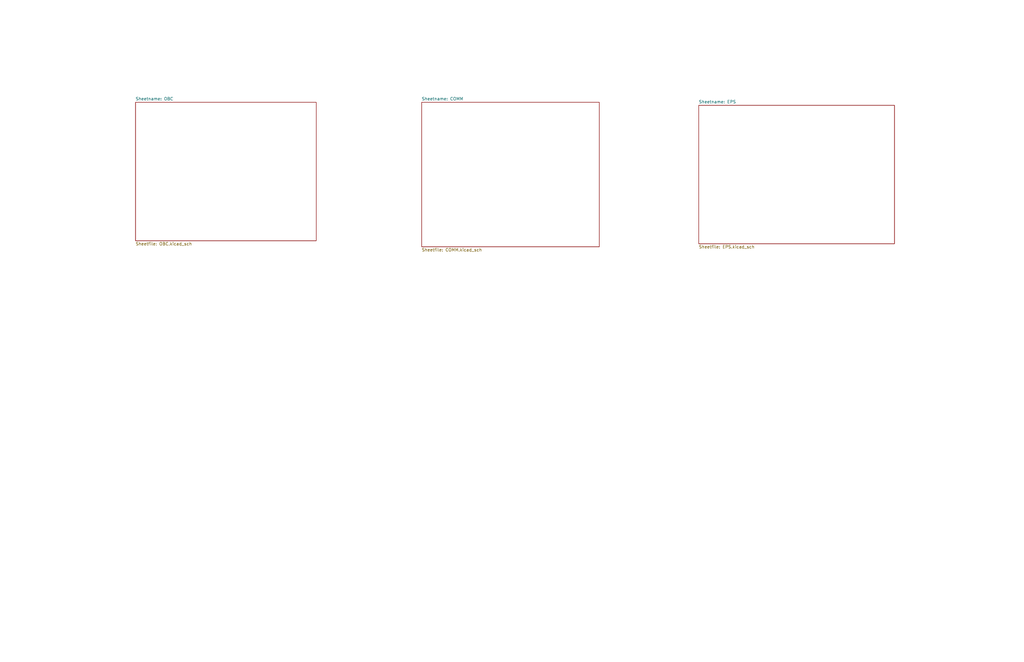
<source format=kicad_sch>
(kicad_sch
	(version 20250114)
	(generator "eeschema")
	(generator_version "9.0")
	(uuid "ace5002f-3cbc-4a0a-869b-0e31ebd905b7")
	(paper "USLedger")
	(title_block
		(title "HEDGE2 Avionics")
		(date "2025-06-27")
		(rev "V0.8")
		(company "University of Virginia")
		(comment 1 "Department of Mechanical and Aerospace Engineering")
	)
	(lib_symbols)
	(sheet
		(at 177.8 43.18)
		(size 74.93 60.96)
		(exclude_from_sim no)
		(in_bom yes)
		(on_board yes)
		(dnp no)
		(fields_autoplaced yes)
		(stroke
			(width 0.1524)
			(type solid)
		)
		(fill
			(color 0 0 0 0.0000)
		)
		(uuid "617751c8-9e63-43a2-807c-be0203e52cd6")
		(property "Sheetname" "COMM"
			(at 177.8 42.4684 0)
			(show_name yes)
			(effects
				(font
					(size 1.27 1.27)
				)
				(justify left bottom)
			)
		)
		(property "Sheetfile" "COMM.kicad_sch"
			(at 177.8 104.7246 0)
			(show_name yes)
			(effects
				(font
					(size 1.27 1.27)
				)
				(justify left top)
			)
		)
		(instances
			(project "Avionics"
				(path "/ace5002f-3cbc-4a0a-869b-0e31ebd905b7"
					(page "3")
				)
			)
		)
	)
	(sheet
		(at 294.64 44.45)
		(size 82.55 58.42)
		(exclude_from_sim no)
		(in_bom yes)
		(on_board yes)
		(dnp no)
		(fields_autoplaced yes)
		(stroke
			(width 0.1524)
			(type solid)
		)
		(fill
			(color 0 0 0 0.0000)
		)
		(uuid "662a4538-a857-4d47-9892-e46e278fb04f")
		(property "Sheetname" "EPS"
			(at 294.64 43.7384 0)
			(show_name yes)
			(effects
				(font
					(size 1.27 1.27)
				)
				(justify left bottom)
			)
		)
		(property "Sheetfile" "EPS.kicad_sch"
			(at 294.64 103.4546 0)
			(show_name yes)
			(effects
				(font
					(size 1.27 1.27)
				)
				(justify left top)
			)
		)
		(instances
			(project "Avionics"
				(path "/ace5002f-3cbc-4a0a-869b-0e31ebd905b7"
					(page "4")
				)
			)
		)
	)
	(sheet
		(at 57.15 43.18)
		(size 76.2 58.42)
		(exclude_from_sim no)
		(in_bom yes)
		(on_board yes)
		(dnp no)
		(fields_autoplaced yes)
		(stroke
			(width 0.1524)
			(type solid)
		)
		(fill
			(color 0 0 0 0.0000)
		)
		(uuid "893aef5a-59ff-410b-9a71-9930aaf04e9f")
		(property "Sheetname" "OBC"
			(at 57.15 42.4684 0)
			(show_name yes)
			(effects
				(font
					(size 1.27 1.27)
				)
				(justify left bottom)
			)
		)
		(property "Sheetfile" "OBC.kicad_sch"
			(at 57.15 102.1846 0)
			(show_name yes)
			(effects
				(font
					(size 1.27 1.27)
				)
				(justify left top)
			)
		)
		(instances
			(project "Avionics"
				(path "/ace5002f-3cbc-4a0a-869b-0e31ebd905b7"
					(page "2")
				)
			)
		)
	)
	(sheet_instances
		(path "/"
			(page "1")
		)
	)
	(embedded_fonts no)
)

</source>
